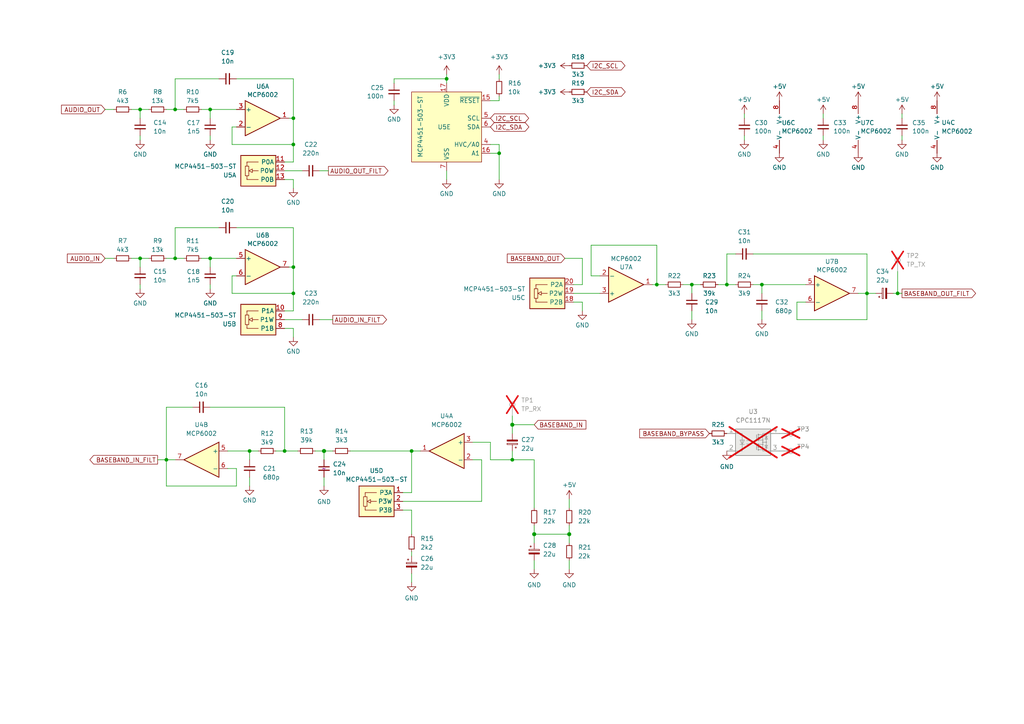
<source format=kicad_sch>
(kicad_sch (version 20231120) (generator "eeschema") (generator_version "8.0")
  (paper "A4")
  (title_block (title "Micro17 - OpenRTX on a Module") (date "05.12.2023") (rev "A") (company "Wojciech Kaczmarski SP5WWP et al.") (comment 1 "M17 Project, OpenRTX"))
  (lib_symbols
    (symbol "Amplifier_Operational:MCP6002-xMC" (pin_names (offset 0.127))
      (property "Reference" "U" (at 0 5.08 0))
      (property "Value" "MCP6002-xMC" (at 0 -5.08 0))
      (symbol "MCP6002-xMC_1_1"
        (polyline (pts (xy -5.08 5.08) (xy 5.08 0) (xy -5.08 -5.08) (xy -5.08 5.08)) (stroke (width 0.254)) (fill (type background)))
        (pin output line (at 7.62 0 180) (length 2.54) (name "~") (number "1"))
        (pin input line (at -7.62 -2.54 0) (length 2.54) (name "-") (number "2"))
        (pin input line (at -7.62 2.54 0) (length 2.54) (name "+") (number "3"))
      )
      (symbol "MCP6002-xMC_2_1"
        (polyline (pts (xy -5.08 5.08) (xy 5.08 0) (xy -5.08 -5.08) (xy -5.08 5.08)) (stroke (width 0.254)) (fill (type background)))
        (pin input line (at -7.62 2.54 0) (length 2.54) (name "+") (number "5"))
        (pin input line (at -7.62 -2.54 0) (length 2.54) (name "-") (number "6"))
        (pin output line (at 7.62 0 180) (length 2.54) (name "~") (number "7"))
      )
      (symbol "MCP6002-xMC_3_1"
        (pin power_in line (at -2.54 -7.62 90) (length 3.81) (name "V-") (number "4"))
        (pin power_in line (at -2.54 7.62 270) (length 3.81) (name "V+") (number "8"))
        (pin passive line (at -2.54 -7.62 90) (length 3.81) hide (name "V-") (number "9"))
      )
    )
    (symbol "Connector:TestPoint" (pin_numbers hide) (pin_names (offset 0.762) hide)
      (property "Reference" "TP" (at 0 6.858 0))
      (property "Value" "TestPoint" (at 0 5.08 0))
      (symbol "TestPoint_0_1"
        (circle (center 0 3.302) (radius 0.762))
      )
      (symbol "TestPoint_1_1"
        (pin passive line (at 0 0 90) (length 2.54) (name "1") (number "1"))
      )
    )
    (symbol "Device:C_Polarized_Small" (pin_numbers hide) (pin_names (offset 0.254) hide)
      (property "Reference" "C" (at 0.254 1.778 0))
      (property "Value" "C_Polarized_Small" (at 0.254 -2.032 0))
      (symbol "C_Polarized_Small_0_1"
        (rectangle (start -1.524 -0.3048) (end 1.524 -0.6858) (fill (type outline)))
        (rectangle (start -1.524 0.6858) (end 1.524 0.3048))
        (polyline (pts (xy -1.27 1.524) (xy -0.762 1.524)))
        (polyline (pts (xy -1.016 1.27) (xy -1.016 1.778)))
      )
      (symbol "C_Polarized_Small_1_1"
        (pin passive line (at 0 2.54 270) (length 1.8542) (name "~") (number "1"))
        (pin passive line (at 0 -2.54 90) (length 1.8542) (name "~") (number "2"))
      )
    )
    (symbol "Device:C_Small" (pin_numbers hide) (pin_names (offset 0.254) hide)
      (property "Reference" "C" (at 0.254 1.778 0))
      (property "Value" "C_Small" (at 0.254 -2.032 0))
      (symbol "C_Small_0_1"
        (polyline (pts (xy -1.524 -0.508) (xy 1.524 -0.508)) (stroke (width 0.3302)))
        (polyline (pts (xy -1.524 0.508) (xy 1.524 0.508)) (stroke (width 0.3048)))
      )
      (symbol "C_Small_1_1"
        (pin passive line (at 0 2.54 270) (length 2.032) (name "~") (number "1"))
        (pin passive line (at 0 -2.54 90) (length 2.032) (name "~") (number "2"))
      )
    )
    (symbol "Device:R_Small" (pin_numbers hide) (pin_names (offset 0.254) hide)
      (property "Reference" "R" (at 0.762 0.508 0))
      (property "Value" "R_Small" (at 0.762 -1.016 0))
      (symbol "R_Small_0_1"
        (rectangle (start -0.762 1.778) (end 0.762 -1.778) (stroke (width 0.2032)))
      )
      (symbol "R_Small_1_1"
        (pin passive line (at 0 2.54 270) (length 0.762) (name "~") (number "1"))
        (pin passive line (at 0 -2.54 90) (length 0.762) (name "~") (number "2"))
      )
    )
    (symbol "Potentiometer_Digital:MCP4451-xxxx-ST"
      (property "Reference" "U" (at -8.89 11.43 0))
      (property "Value" "MCP4451-xxxx-ST" (at 10.16 -11.43 0))
      (symbol "MCP4451-xxxx-ST_1_1"
        (polyline (pts (xy 1.7272 0) (xy 0 0)))
        (polyline (pts (xy 3.302 -2.54) (xy 0 -2.54)) (fill (type background)))
        (polyline (pts (xy 3.302 -2.3114) (xy 3.302 -1.3716)))
        (polyline (pts (xy 3.302 2.286) (xy 3.302 1.4478)))
        (polyline (pts (xy 3.302 2.54) (xy 0 2.54)) (fill (type background)))
        (polyline (pts (xy 3.302 -2.54) (xy 3.302 -2.286) (xy 3.302 -2.286)))
        (polyline (pts (xy 3.302 2.54) (xy 3.302 2.286) (xy 3.302 2.286)) (fill (type background)))
        (polyline (pts (xy 1.7272 -0.508) (xy 1.7272 0.508) (xy 2.7432 0) (xy 1.7272 -0.508) (xy 1.7272 -0.508)))
        (rectangle (start 3.7846 -1.3462) (end 2.7686 1.4478))
        (rectangle (start 5.08 -4.445) (end -5.08 4.445) (stroke (width 0.254)) (fill (type background)))
        (pin passive line (at -7.62 -2.54 0) (length 2.54) (name "P0A") (number "11"))
        (pin passive line (at -7.62 0 0) (length 2.54) (name "P0W") (number "12"))
        (pin passive line (at -7.62 2.54 0) (length 2.54) (name "P0B") (number "13"))
      )
      (symbol "MCP4451-xxxx-ST_2_1"
        (polyline (pts (xy 1.7272 0) (xy 0 0)))
        (polyline (pts (xy 3.302 -2.54) (xy 0 -2.54)) (fill (type background)))
        (polyline (pts (xy 3.302 -2.3114) (xy 3.302 -1.3716)))
        (polyline (pts (xy 3.302 2.286) (xy 3.302 1.4478)))
        (polyline (pts (xy 3.302 2.54) (xy 0 2.54)) (fill (type background)))
        (polyline (pts (xy 3.302 -2.54) (xy 3.302 -2.286) (xy 3.302 -2.286)))
        (polyline (pts (xy 3.302 2.54) (xy 3.302 2.286) (xy 3.302 2.286)) (fill (type background)))
        (polyline (pts (xy 1.7272 -0.508) (xy 1.7272 0.508) (xy 2.7432 0) (xy 1.7272 -0.508) (xy 1.7272 -0.508)))
        (rectangle (start 3.7846 -1.3462) (end 2.7686 1.4478))
        (rectangle (start 5.08 -4.445) (end -5.08 4.445) (stroke (width 0.254)) (fill (type background)))
        (pin passive line (at -7.62 -2.54 0) (length 2.54) (name "P1A") (number "10"))
        (pin passive line (at -7.62 2.54 0) (length 2.54) (name "P1B") (number "8"))
        (pin passive line (at -7.62 0 0) (length 2.54) (name "P1W") (number "9"))
      )
      (symbol "MCP4451-xxxx-ST_3_1"
        (polyline (pts (xy 1.7272 0) (xy 0 0)))
        (polyline (pts (xy 3.302 -2.54) (xy 0 -2.54)) (fill (type background)))
        (polyline (pts (xy 3.302 -2.3114) (xy 3.302 -1.3716)))
        (polyline (pts (xy 3.302 2.286) (xy 3.302 1.4478)))
        (polyline (pts (xy 3.302 2.54) (xy 0 2.54)) (fill (type background)))
        (polyline (pts (xy 3.302 -2.54) (xy 3.302 -2.286) (xy 3.302 -2.286)))
        (polyline (pts (xy 3.302 2.54) (xy 3.302 2.286) (xy 3.302 2.286)) (fill (type background)))
        (polyline (pts (xy 1.7272 -0.508) (xy 1.7272 0.508) (xy 2.7432 0) (xy 1.7272 -0.508) (xy 1.7272 -0.508)))
        (rectangle (start 3.7846 -1.3462) (end 2.7686 1.4478))
        (rectangle (start 5.08 -4.445) (end -5.08 4.445) (stroke (width 0.254)) (fill (type background)))
        (pin passive line (at -7.62 2.54 0) (length 2.54) (name "P2B") (number "18"))
        (pin passive line (at -7.62 0 0) (length 2.54) (name "P2W") (number "19"))
        (pin passive line (at -7.62 -2.54 0) (length 2.54) (name "P2A") (number "20"))
      )
      (symbol "MCP4451-xxxx-ST_4_1"
        (polyline (pts (xy 1.7272 0) (xy 0 0)))
        (polyline (pts (xy 3.302 -2.54) (xy 0 -2.54)) (fill (type background)))
        (polyline (pts (xy 3.302 -2.3114) (xy 3.302 -1.3716)))
        (polyline (pts (xy 3.302 2.286) (xy 3.302 1.4478)))
        (polyline (pts (xy 3.302 2.54) (xy 0 2.54)) (fill (type background)))
        (polyline (pts (xy 3.302 -2.54) (xy 3.302 -2.286) (xy 3.302 -2.286)))
        (polyline (pts (xy 3.302 2.54) (xy 3.302 2.286) (xy 3.302 2.286)) (fill (type background)))
        (polyline (pts (xy 1.7272 -0.508) (xy 1.7272 0.508) (xy 2.7432 0) (xy 1.7272 -0.508) (xy 1.7272 -0.508)))
        (rectangle (start 3.7846 -1.3462) (end 2.7686 1.4478))
        (rectangle (start 5.08 -4.445) (end -5.08 4.445) (stroke (width 0.254)) (fill (type background)))
        (pin passive line (at -7.62 -2.54 0) (length 2.54) (name "P3A") (number "1"))
        (pin passive line (at -7.62 0 0) (length 2.54) (name "P3W") (number "2"))
        (pin passive line (at -7.62 2.54 0) (length 2.54) (name "P3B") (number "3"))
      )
      (symbol "MCP4451-xxxx-ST_5_1"
        (rectangle (start -10.16 10.16) (end 10.16 -10.16) (fill (type background)))
        (pin no_connect line (at -10.16 -2.54 0) (length 2.54) hide (name "NC") (number "14"))
        (pin input line (at -12.7 7.62 0) (length 2.54) (name "~{RESET}") (number "15"))
        (pin input line (at -12.7 -7.62 0) (length 2.54) (name "A1") (number "16"))
        (pin power_in line (at 0 12.7 270) (length 2.54) (name "VDD") (number "17"))
        (pin input line (at -12.7 -5.08 0) (length 2.54) (name "HVC/A0") (number "4"))
        (pin input line (at -12.7 2.54 0) (length 2.54) (name "SCL") (number "5"))
        (pin bidirectional line (at -12.7 0 0) (length 2.54) (name "SDA") (number "6"))
        (pin power_in line (at 0 -12.7 90) (length 2.54) (name "VSS") (number "7"))
      )
    )
    (symbol "Relay_SolidState:CPC1117N"
      (property "Reference" "U" (at -5.08 5.08 0))
      (property "Value" "CPC1117N" (at 0 5.08 0))
      (symbol "CPC1117N_0_1"
        (rectangle (start -5.08 3.81) (end 5.08 -3.81) (stroke (width 0.254)) (fill (type background)))
        (polyline (pts (xy -3.81 -0.635) (xy -2.54 -0.635)))
        (polyline (pts (xy 1.016 -0.635) (xy 1.016 -2.159)) (stroke (width 0.2032)))
        (polyline (pts (xy 1.016 2.159) (xy 1.016 0.635)) (stroke (width 0.2032)))
        (polyline (pts (xy 1.524 -0.508) (xy 1.524 -0.762)) (stroke (width 0.3556)))
        (polyline (pts (xy 2.794 0) (xy 3.81 0)))
        (polyline (pts (xy 3.429 -1.651) (xy 4.191 -1.651)))
        (polyline (pts (xy 3.429 1.651) (xy 4.191 1.651)))
        (polyline (pts (xy 3.81 -2.54) (xy 3.81 2.54)))
        (polyline (pts (xy 1.524 -2.032) (xy 1.524 -2.286) (xy 1.524 -2.286)) (stroke (width 0.3556)))
        (polyline (pts (xy 1.524 -1.27) (xy 1.524 -1.524) (xy 1.524 -1.524)) (stroke (width 0.3556)))
        (polyline (pts (xy 1.524 0.762) (xy 1.524 0.508) (xy 1.524 0.508)) (stroke (width 0.3556)))
        (polyline (pts (xy 1.524 1.524) (xy 1.524 1.27) (xy 1.524 1.27)) (stroke (width 0.3556)))
        (polyline (pts (xy 1.524 2.286) (xy 1.524 2.032) (xy 1.524 2.032)) (stroke (width 0.3556)))
        (polyline (pts (xy 1.651 -1.397) (xy 2.794 -1.397) (xy 2.794 -0.635)))
        (polyline (pts (xy 1.651 1.397) (xy 2.794 1.397) (xy 2.794 0.635)))
        (polyline (pts (xy -5.08 2.54) (xy -3.175 2.54) (xy -3.175 -2.54) (xy -5.08 -2.54)))
        (polyline (pts (xy -3.175 -0.635) (xy -3.81 0.635) (xy -2.54 0.635) (xy -3.175 -0.635)))
        (polyline (pts (xy 1.651 -2.159) (xy 2.794 -2.159) (xy 2.794 -2.54) (xy 5.08 -2.54)))
        (polyline (pts (xy 1.651 -0.635) (xy 2.794 -0.635) (xy 2.794 0.635) (xy 1.651 0.635)))
        (polyline (pts (xy 1.651 2.159) (xy 2.794 2.159) (xy 2.794 2.54) (xy 5.08 2.54)))
        (polyline (pts (xy 1.778 -1.397) (xy 2.286 -1.27) (xy 2.286 -1.524) (xy 1.778 -1.397)))
        (polyline (pts (xy 1.778 1.397) (xy 2.286 1.524) (xy 2.286 1.27) (xy 1.778 1.397)))
        (polyline (pts (xy 3.81 -1.651) (xy 3.429 -0.889) (xy 4.191 -0.889) (xy 3.81 -1.651)))
        (polyline (pts (xy 3.81 1.651) (xy 3.429 0.889) (xy 4.191 0.889) (xy 3.81 1.651)))
        (polyline (pts (xy -1.905 -0.508) (xy -0.635 -0.508) (xy -1.016 -0.635) (xy -1.016 -0.381) (xy -0.635 -0.508)))
        (polyline (pts (xy -1.905 0.508) (xy -0.635 0.508) (xy -1.016 0.381) (xy -1.016 0.635) (xy -0.635 0.508)))
        (circle (center 2.794 -0.635) (radius 0.127))
        (circle (center 2.794 0) (radius 0.127))
        (circle (center 2.794 0.635) (radius 0.127))
        (circle (center 3.81 -2.54) (radius 0.127))
        (circle (center 3.81 0) (radius 0.127))
        (circle (center 3.81 2.54) (radius 0.127))
      )
      (symbol "CPC1117N_1_1"
        (pin passive line (at -7.62 2.54 0) (length 2.54) (name "~") (number "1"))
        (pin passive line (at -7.62 -2.54 0) (length 2.54) (name "~") (number "2"))
        (pin passive line (at 7.62 -2.54 180) (length 2.54) (name "~") (number "3"))
        (pin passive line (at 7.62 2.54 180) (length 2.54) (name "~") (number "4"))
      )
    )
    (symbol "power:+3V3" (power) (pin_names (offset 0))
      (property "Value" "+3V3" (at 0 3.556 0))
      (symbol "+3V3_0_1"
        (polyline (pts (xy -0.762 1.27) (xy 0 2.54)))
        (polyline (pts (xy 0 0) (xy 0 2.54)))
        (polyline (pts (xy 0 2.54) (xy 0.762 1.27)))
      )
      (symbol "+3V3_1_1"
        (pin power_in line (at 0 0 90) (length 0) hide (name "+3V3") (number "1"))
      )
    )
    (symbol "power:+5V" (power) (pin_names (offset 0))
      (property "Value" "+5V" (at 0 3.556 0))
      (symbol "+5V_0_1"
        (polyline (pts (xy -0.762 1.27) (xy 0 2.54)))
        (polyline (pts (xy 0 0) (xy 0 2.54)))
        (polyline (pts (xy 0 2.54) (xy 0.762 1.27)))
      )
      (symbol "+5V_1_1"
        (pin power_in line (at 0 0 90) (length 0) hide (name "+5V") (number "1"))
      )
    )
    (symbol "power:GND" (power) (pin_names (offset 0))
      (property "Value" "GND" (at 0 -3.81 0))
      (symbol "GND_0_1"
        (polyline (pts (xy 0 0) (xy 0 -1.27) (xy 1.27 -1.27) (xy 0 -2.54) (xy -1.27 -1.27) (xy 0 -1.27)))
      )
      (symbol "GND_1_1"
        (pin power_in line (at 0 0 270) (length 0) hide (name "GND") (number "1"))
      )
    )
  )
  (junction (at 220.98 82.55))
  (junction (at 50.8 31.75))
  (junction (at 40.64 31.75))
  (junction (at 60.96 31.75))
  (junction (at 200.66 82.55))
  (junction (at 85.09 85.09))
  (junction (at 260.35 85.09))
  (junction (at 165.1 154.94) (diameter 1.016))
  (junction (at 85.09 41.91))
  (junction (at 60.96 74.93))
  (junction (at 251.46 85.09))
  (junction (at 129.54 22.86))
  (junction (at 85.09 77.47))
  (junction (at 144.78 44.45))
  (junction (at 210.82 82.55))
  (junction (at 154.94 154.94) (diameter 1.016))
  (junction (at 48.26 133.35))
  (junction (at 190.5 82.55))
  (junction (at 82.55 130.81))
  (junction (at 119.38 130.81))
  (junction (at 148.59 123.19) (diameter 1.016))
  (junction (at 93.98 130.81) (diameter 1.016))
  (junction (at 50.8 74.93))
  (junction (at 40.64 74.93))
  (junction (at 148.59 133.35))
  (junction (at 85.09 34.29))
  (junction (at 72.39 130.81))
  (wire (pts (xy 82.55 52.07) (xy 85.09 52.07)))
  (wire (pts (xy 68.58 22.86) (xy 85.09 22.86)))
  (wire (pts (xy 67.31 36.83) (xy 67.31 41.91)))
  (wire (pts (xy 93.98 130.81) (xy 96.52 130.81)))
  (wire (pts (xy 210.82 82.55) (xy 210.82 73.66)))
  (wire (pts (xy 85.09 95.25) (xy 85.09 97.79)))
  (wire (pts (xy 165.1 152.4) (xy 165.1 154.94)))
  (wire (pts (xy 30.48 74.93) (xy 33.02 74.93)))
  (wire (pts (xy 215.9 39.37) (xy 215.9 40.64)))
  (wire (pts (xy 144.78 27.94) (xy 144.78 29.21)))
  (wire (pts (xy 60.96 74.93) (xy 68.58 74.93)))
  (wire (pts (xy 48.26 140.97) (xy 48.26 133.35)))
  (wire (pts (xy 40.64 31.75) (xy 40.64 34.29)))
  (wire (pts (xy 139.7 145.415) (xy 116.84 145.415)))
  (wire (pts (xy 198.12 82.55) (xy 200.66 82.55)))
  (wire (pts (xy 142.24 133.35) (xy 148.59 133.35)))
  (wire (pts (xy 82.55 95.25) (xy 85.09 95.25)))
  (wire (pts (xy 200.66 90.17) (xy 200.66 92.71)))
  (wire (pts (xy 166.37 82.55) (xy 168.91 82.55)))
  (wire (pts (xy 92.71 49.53) (xy 95.25 49.53)))
  (wire (pts (xy 85.09 85.09) (xy 85.09 90.17)))
  (wire (pts (xy 165.1 144.78) (xy 165.1 147.32)))
  (wire (pts (xy 82.55 118.11) (xy 82.55 130.81)))
  (wire (pts (xy 92.71 92.71) (xy 96.52 92.71)))
  (wire (pts (xy 231.14 87.63) (xy 231.14 92.71)))
  (wire (pts (xy 48.26 133.35) (xy 50.8 133.35)))
  (wire (pts (xy 60.96 31.75) (xy 60.96 34.29)))
  (wire (pts (xy 171.45 80.01) (xy 173.99 80.01)))
  (wire (pts (xy 82.55 90.17) (xy 85.09 90.17)))
  (wire (pts (xy 168.91 82.55) (xy 168.91 74.93)))
  (wire (pts (xy 119.38 160.02) (xy 119.38 161.29)))
  (wire (pts (xy 91.44 130.81) (xy 93.98 130.81)))
  (wire (pts (xy 218.44 82.55) (xy 220.98 82.55)))
  (wire (pts (xy 82.55 130.81) (xy 86.36 130.81)))
  (wire (pts (xy 85.09 22.86) (xy 85.09 34.29)))
  (wire (pts (xy 40.64 74.93) (xy 40.64 77.47)))
  (wire (pts (xy 66.04 135.89) (xy 68.58 135.89)))
  (wire (pts (xy 215.9 33.02) (xy 215.9 34.29)))
  (wire (pts (xy 60.96 31.75) (xy 68.58 31.75)))
  (wire (pts (xy 259.08 85.09) (xy 260.35 85.09)))
  (wire (pts (xy 148.59 120.65) (xy 148.59 123.19)))
  (wire (pts (xy 238.76 39.37) (xy 238.76 40.64)))
  (wire (pts (xy 48.26 74.93) (xy 50.8 74.93)))
  (wire (pts (xy 171.45 71.12) (xy 171.45 80.01)))
  (wire (pts (xy 72.39 130.81) (xy 72.39 133.35)))
  (wire (pts (xy 93.98 138.43) (xy 93.98 140.97)))
  (wire (pts (xy 80.01 130.81) (xy 82.55 130.81)))
  (wire (pts (xy 139.7 133.35) (xy 137.16 133.35)))
  (wire (pts (xy 40.64 39.37) (xy 40.64 40.64)))
  (wire (pts (xy 82.55 92.71) (xy 87.63 92.71)))
  (wire (pts (xy 50.8 22.86) (xy 63.5 22.86)))
  (wire (pts (xy 190.5 82.55) (xy 190.5 71.12)))
  (wire (pts (xy 144.78 44.45) (xy 144.78 52.07)))
  (wire (pts (xy 67.31 41.91) (xy 85.09 41.91)))
  (wire (pts (xy 48.26 31.75) (xy 50.8 31.75)))
  (wire (pts (xy 85.09 41.91) (xy 85.09 46.99)))
  (wire (pts (xy 261.62 33.02) (xy 261.62 34.29)))
  (wire (pts (xy 48.26 118.11) (xy 55.88 118.11)))
  (wire (pts (xy 190.5 71.12) (xy 171.45 71.12)))
  (wire (pts (xy 85.09 85.09) (xy 85.09 77.47)))
  (wire (pts (xy 85.09 52.07) (xy 85.09 54.61)))
  (wire (pts (xy 165.1 162.56) (xy 165.1 165.1)))
  (wire (pts (xy 68.58 66.04) (xy 85.09 66.04)))
  (wire (pts (xy 45.72 133.35) (xy 48.26 133.35)))
  (wire (pts (xy 129.54 22.86) (xy 129.54 24.13)))
  (wire (pts (xy 220.98 90.17) (xy 220.98 92.71)))
  (wire (pts (xy 190.5 82.55) (xy 189.23 82.55)))
  (wire (pts (xy 142.24 29.21) (xy 144.78 29.21)))
  (wire (pts (xy 142.24 128.27) (xy 142.24 133.35)))
  (wire (pts (xy 137.16 128.27) (xy 142.24 128.27)))
  (wire (pts (xy 60.96 118.11) (xy 82.55 118.11)))
  (wire (pts (xy 148.59 125.73) (xy 148.59 123.19)))
  (wire (pts (xy 50.8 74.93) (xy 53.34 74.93)))
  (wire (pts (xy 168.91 87.63) (xy 168.91 90.17)))
  (wire (pts (xy 67.31 85.09) (xy 85.09 85.09)))
  (wire (pts (xy 93.98 130.81) (xy 93.98 133.35)))
  (wire (pts (xy 85.09 77.47) (xy 83.82 77.47)))
  (wire (pts (xy 66.04 130.81) (xy 72.39 130.81)))
  (wire (pts (xy 58.42 74.93) (xy 60.96 74.93)))
  (wire (pts (xy 166.37 85.09) (xy 173.99 85.09)))
  (wire (pts (xy 148.59 133.35) (xy 148.59 130.81)))
  (wire (pts (xy 40.64 82.55) (xy 40.64 83.82)))
  (wire (pts (xy 200.66 82.55) (xy 200.66 85.09)))
  (wire (pts (xy 220.98 82.55) (xy 233.68 82.55)))
  (wire (pts (xy 142.24 41.91) (xy 144.78 41.91)))
  (wire (pts (xy 60.96 74.93) (xy 60.96 77.47)))
  (wire (pts (xy 114.3 22.86) (xy 114.3 24.13)))
  (wire (pts (xy 231.14 92.71) (xy 251.46 92.71)))
  (wire (pts (xy 251.46 85.09) (xy 248.92 85.09)))
  (wire (pts (xy 68.58 36.83) (xy 67.31 36.83)))
  (wire (pts (xy 119.38 147.955) (xy 119.38 154.94)))
  (wire (pts (xy 50.8 66.04) (xy 63.5 66.04)))
  (wire (pts (xy 251.46 92.71) (xy 251.46 85.09)))
  (wire (pts (xy 260.35 78.74) (xy 260.35 85.09)))
  (wire (pts (xy 116.84 147.955) (xy 119.38 147.955)))
  (wire (pts (xy 67.31 80.01) (xy 67.31 85.09)))
  (wire (pts (xy 114.3 22.86) (xy 129.54 22.86)))
  (wire (pts (xy 82.55 49.53) (xy 87.63 49.53)))
  (wire (pts (xy 154.94 133.35) (xy 148.59 133.35)))
  (wire (pts (xy 119.38 166.37) (xy 119.38 168.91)))
  (wire (pts (xy 251.46 85.09) (xy 254 85.09)))
  (wire (pts (xy 30.48 31.75) (xy 33.02 31.75)))
  (wire (pts (xy 60.96 39.37) (xy 60.96 40.64)))
  (wire (pts (xy 260.35 85.09) (xy 261.62 85.09)))
  (wire (pts (xy 82.55 46.99) (xy 85.09 46.99)))
  (wire (pts (xy 48.26 133.35) (xy 48.26 118.11)))
  (wire (pts (xy 40.64 31.75) (xy 43.18 31.75)))
  (wire (pts (xy 114.3 29.21) (xy 114.3 30.48)))
  (wire (pts (xy 139.7 133.35) (xy 139.7 145.415)))
  (wire (pts (xy 165.1 154.94) (xy 165.1 157.48)))
  (wire (pts (xy 142.24 44.45) (xy 144.78 44.45)))
  (wire (pts (xy 40.64 74.93) (xy 43.18 74.93)))
  (wire (pts (xy 50.8 31.75) (xy 53.34 31.75)))
  (wire (pts (xy 72.39 138.43) (xy 72.39 140.97)))
  (wire (pts (xy 208.28 82.55) (xy 210.82 82.55)))
  (wire (pts (xy 154.94 133.35) (xy 154.94 147.32)))
  (wire (pts (xy 38.1 74.93) (xy 40.64 74.93)))
  (wire (pts (xy 144.78 21.59) (xy 144.78 22.86)))
  (wire (pts (xy 129.54 49.53) (xy 129.54 52.07)))
  (wire (pts (xy 144.78 41.91) (xy 144.78 44.45)))
  (wire (pts (xy 148.59 123.19) (xy 154.94 123.19)))
  (wire (pts (xy 68.58 135.89) (xy 68.58 140.97)))
  (wire (pts (xy 154.94 154.94) (xy 165.1 154.94)))
  (wire (pts (xy 72.39 130.81) (xy 74.93 130.81)))
  (wire (pts (xy 190.5 82.55) (xy 193.04 82.55)))
  (wire (pts (xy 238.76 33.02) (xy 238.76 34.29)))
  (wire (pts (xy 218.44 73.66) (xy 251.46 73.66)))
  (wire (pts (xy 58.42 31.75) (xy 60.96 31.75)))
  (wire (pts (xy 210.82 73.66) (xy 213.36 73.66)))
  (wire (pts (xy 163.83 74.93) (xy 168.91 74.93)))
  (wire (pts (xy 116.84 142.875) (xy 119.38 142.875)))
  (wire (pts (xy 85.09 34.29) (xy 83.82 34.29)))
  (wire (pts (xy 200.66 82.55) (xy 203.2 82.55)))
  (wire (pts (xy 85.09 66.04) (xy 85.09 77.47)))
  (wire (pts (xy 129.54 21.59) (xy 129.54 22.86)))
  (wire (pts (xy 166.37 87.63) (xy 168.91 87.63)))
  (wire (pts (xy 154.94 152.4) (xy 154.94 154.94)))
  (wire (pts (xy 50.8 22.86) (xy 50.8 31.75)))
  (wire (pts (xy 101.6 130.81) (xy 119.38 130.81)))
  (wire (pts (xy 154.94 162.56) (xy 154.94 165.1)))
  (wire (pts (xy 60.96 82.55) (xy 60.96 83.82)))
  (wire (pts (xy 154.94 154.94) (xy 154.94 157.48)))
  (wire (pts (xy 210.82 82.55) (xy 213.36 82.55)))
  (wire (pts (xy 68.58 80.01) (xy 67.31 80.01)))
  (wire (pts (xy 85.09 41.91) (xy 85.09 34.29)))
  (wire (pts (xy 119.38 130.81) (xy 121.92 130.81)))
  (wire (pts (xy 119.38 130.81) (xy 119.38 142.875)))
  (wire (pts (xy 261.62 39.37) (xy 261.62 40.64)))
  (wire (pts (xy 220.98 82.55) (xy 220.98 85.09)))
  (wire (pts (xy 233.68 87.63) (xy 231.14 87.63)))
  (wire (pts (xy 38.1 31.75) (xy 40.64 31.75)))
  (wire (pts (xy 251.46 73.66) (xy 251.46 85.09)))
  (wire (pts (xy 50.8 66.04) (xy 50.8 74.93)))
  (wire (pts (xy 68.58 140.97) (xy 48.26 140.97)))
  (global_label "I2C_SCL" (shape bidirectional) (at 142.24 34.29 0) (property "Intersheetrefs" "${INTERSHEET_REFS}" (effects (hide yes))))
  (global_label "BASEBAND_BYPASS" (shape input) (at 205.74 125.73 180) (property "Intersheetrefs" "${INTERSHEET_REFS}" (effects (hide yes))))
  (global_label "I2C_SDA" (shape bidirectional) (at 170.18 26.67 0) (property "Intersheetrefs" "${INTERSHEET_REFS}" (effects (hide yes))))
  (global_label "BASEBAND_IN_FILT" (shape output) (at 45.72 133.35 180) (property "Intersheetrefs" "${INTERSHEET_REFS}" (effects (hide yes))))
  (global_label "BASEBAND_IN" (shape input) (at 154.94 123.19 0) (property "Intersheetrefs" "${INTERSHEET_REFS}" (effects (hide yes))))
  (global_label "AUDIO_IN" (shape input) (at 30.48 74.93 180) (property "Intersheetrefs" "${INTERSHEET_REFS}" (effects (hide yes))))
  (global_label "AUDIO_IN_FILT" (shape output) (at 96.52 92.71 0) (property "Intersheetrefs" "${INTERSHEET_REFS}" (effects (hide yes))))
  (global_label "I2C_SCL" (shape bidirectional) (at 170.18 19.05 0) (property "Intersheetrefs" "${INTERSHEET_REFS}" (effects (hide yes))))
  (global_label "BASEBAND_OUT_FILT" (shape output) (at 261.62 85.09 0) (property "Intersheetrefs" "${INTERSHEET_REFS}" (effects (hide yes))))
  (global_label "AUDIO_OUT_FILT" (shape output) (at 95.25 49.53 0) (property "Intersheetrefs" "${INTERSHEET_REFS}" (effects (hide yes))))
  (global_label "AUDIO_OUT" (shape input) (at 30.48 31.75 180) (property "Intersheetrefs" "${INTERSHEET_REFS}" (effects (hide yes))))
  (global_label "I2C_SDA" (shape bidirectional) (at 142.24 36.83 0) (property "Intersheetrefs" "${INTERSHEET_REFS}" (effects (hide yes))))
  (global_label "BASEBAND_OUT" (shape input) (at 163.83 74.93 180) (property "Intersheetrefs" "${INTERSHEET_REFS}" (effects (hide yes))))
  (symbol (lib_id "Amplifier_Operational:MCP6002-xMC") (at 76.2 77.47 0) (unit 2)
    (property "Reference" "U6" (at 76.2 68.2457 0))
    (property "Value" "MCP6002" (at 76.2 70.6699 0))
    (property "Footprint" "Package_DFN_QFN:DFN-8-1EP_3x2mm_P0.5mm_EP1.75x1.45mm" (effects (hide yes)))
    (property "Datasheet" "http://ww1.microchip.com/downloads/en/DeviceDoc/21733j.pdf" (effects (hide yes)))
    (property "LCSC" "C623660" (effects (hide yes)))
  )
  (symbol (lib_id "Amplifier_Operational:MCP6002-xMC") (at 181.61 82.55 0) (mirror x) (unit 1)
    (property "Reference" "U7" (at 181.61 77.47 0))
    (property "Value" "MCP6002" (at 181.61 75.0458 0))
    (property "Footprint" "Package_DFN_QFN:DFN-8-1EP_3x2mm_P0.5mm_EP1.75x1.45mm" (effects (hide yes)))
    (property "Datasheet" "http://ww1.microchip.com/downloads/en/DeviceDoc/21733j.pdf" (effects (hide yes)))
    (property "LCSC" "C623660" (effects (hide yes)))
  )
  (symbol (lib_id "Device:R_Small") (at 119.38 157.48 0) (unit 1)
    (property "Reference" "R15" (at 121.92 156.21 0) (effects (justify left)))
    (property "Value" "2k2" (at 121.92 158.75 0) (effects (justify left)))
    (property "Footprint" "Resistor_SMD:R_0402_1005Metric" (effects (hide yes)))
    (property "MPN" "Generic R/2k2/0603" (effects (hide yes)))
    (property "LCSC" "C102890" (effects (hide yes)))
  )
  (symbol (lib_id "Device:C_Small") (at 261.62 36.83 0) (unit 1)
    (property "Reference" "C35" (at 264.541 35.6179 0) (effects (justify left)))
    (property "Value" "100n" (at 264.541 38.0421 0) (effects (justify left)))
    (property "Footprint" "Capacitor_SMD:C_0402_1005Metric" (effects (hide yes)))
    (property "LCSC" "C56392" (effects (hide yes)))
  )
  (symbol (lib_id "power:GND") (at 238.76 40.64 0) (unit 1)
    (property "Reference" "#PWR055" (effects (hide yes)))
    (property "Value" "GND" (at 238.76 44.7731 0))
  )
  (symbol (lib_id "Device:C_Polarized_Small") (at 119.38 163.83 0) (unit 1)
    (property "Reference" "C26" (at 121.92 162.0139 0) (effects (justify left)))
    (property "Value" "22u" (at 121.92 164.5539 0) (effects (justify left)))
    (property "Footprint" "Capacitor_Tantalum_SMD:CP_EIA-3216-18_Kemet-A" (effects (hide yes)))
    (property "MPN" "T491A226K006AT" (effects (hide yes)))
    (property "LCSC" "C118989" (effects (hide yes)))
  )
  (symbol (lib_id "Amplifier_Operational:MCP6002-xMC") (at 228.6 36.83 0) (unit 3)
    (property "Reference" "U6" (at 226.695 35.6179 0) (effects (justify left)))
    (property "Value" "MCP6002" (at 226.695 38.0421 0) (effects (justify left)))
    (property "Footprint" "Package_DFN_QFN:DFN-8-1EP_3x2mm_P0.5mm_EP1.75x1.45mm" (effects (hide yes)))
    (property "Datasheet" "http://ww1.microchip.com/downloads/en/DeviceDoc/21733j.pdf" (effects (hide yes)))
    (property "LCSC" "C623660" (effects (hide yes)))
  )
  (symbol (lib_id "power:+5V") (at 215.9 33.02 0) (unit 1)
    (property "Reference" "#PWR049" (effects (hide yes)))
    (property "Value" "+5V" (at 215.9 28.8869 0))
  )
  (symbol (lib_id "Device:C_Polarized_Small") (at 148.59 128.27 180) (unit 1)
    (property "Reference" "C27" (at 151.13 127.5461 0) (effects (justify right)))
    (property "Value" "22u" (at 151.13 130.0861 0) (effects (justify right)))
    (property "Footprint" "Capacitor_Tantalum_SMD:CP_EIA-3216-18_Kemet-A" (effects (hide yes)))
    (property "MPN" "T491A226K006AT" (effects (hide yes)))
    (property "LCSC" "C118989" (effects (hide yes)))
  )
  (symbol (lib_id "Device:R_Small") (at 167.64 19.05 90) (unit 1)
    (property "Reference" "R18" (at 167.64 16.51 90))
    (property "Value" "3k3" (at 167.64 21.59 90))
    (property "Footprint" "Resistor_SMD:R_0402_1005Metric" (effects (hide yes)))
    (property "LCSC" "C25890" (effects (hide yes)))
  )
  (symbol (lib_id "Device:C_Small") (at 66.04 66.04 90) (mirror x) (unit 1)
    (property "Reference" "C20" (at 66.04 58.42 90))
    (property "Value" "10n" (at 66.04 60.96 90))
    (property "Footprint" "Capacitor_SMD:C_0402_1005Metric" (effects (hide yes)))
    (property "LCSC" "C60133" (effects (hide yes)))
  )
  (symbol (lib_id "power:GND") (at 220.98 92.71 0) (unit 1)
    (property "Reference" "#PWR051" (effects (hide yes)))
    (property "Value" "GND" (at 220.98 96.8431 0))
  )
  (symbol (lib_id "Relay_SolidState:CPC1117N") (at 218.44 128.27 0) (unit 1) (dnp yes)
    (property "Reference" "U3" (at 218.44 119.38 0))
    (property "Value" "CPC1117N" (at 218.44 121.92 0))
    (property "Footprint" "Package_SO:SOP-4_3.8x4.1mm_P2.54mm" (effects (hide yes)))
    (property "Datasheet" "http://www.ixysic.com/home/pdfs.nsf/www/CPC1117N.pdf/$file/CPC1117N.pdf" (effects (hide yes)))
    (property "Description" "Form B, Solid State Relay (Photo MOSFET) 60V, 0.15A, 16Ohm, SO-4" (effects (hide yes)))
  )
  (symbol (lib_id "power:+5V") (at 226.06 29.21 0) (unit 1)
    (property "Reference" "#PWR052" (effects (hide yes)))
    (property "Value" "+5V" (at 226.06 25.0769 0))
  )
  (symbol (lib_id "Device:R_Small") (at 205.74 82.55 90) (unit 1)
    (property "Reference" "R23" (at 205.74 80.01 90))
    (property "Value" "39k" (at 205.74 85.09 90))
    (property "Footprint" "Resistor_SMD:R_0402_1005Metric" (effects (hide yes)))
    (property "LCSC" "C25783" (effects (hide yes)))
  )
  (symbol (lib_id "power:+5V") (at 271.78 29.21 0) (unit 1)
    (property "Reference" "#PWR060" (effects (hide yes)))
    (property "Value" "+5V" (at 271.78 25.0769 0))
  )
  (symbol (lib_id "Device:R_Small") (at 35.56 31.75 90) (unit 1)
    (property "Reference" "R6" (at 35.56 26.67 90))
    (property "Value" "4k3" (at 35.56 29.21 90))
    (property "Footprint" "Resistor_SMD:R_0402_1005Metric" (effects (hide yes)))
    (property "LCSC" "C25899" (effects (hide yes)))
  )
  (symbol (lib_id "power:GND") (at 226.06 44.45 0) (unit 1)
    (property "Reference" "#PWR053" (effects (hide yes)))
    (property "Value" "GND" (at 226.06 48.5831 0))
  )
  (symbol (lib_id "Amplifier_Operational:MCP6002-xMC") (at 251.46 36.83 0) (unit 3)
    (property "Reference" "U7" (at 249.555 35.6179 0) (effects (justify left)))
    (property "Value" "MCP6002" (at 249.555 38.0421 0) (effects (justify left)))
    (property "Footprint" "Package_DFN_QFN:DFN-8-1EP_3x2mm_P0.5mm_EP1.75x1.45mm" (effects (hide yes)))
    (property "Datasheet" "http://ww1.microchip.com/downloads/en/DeviceDoc/21733j.pdf" (effects (hide yes)))
    (property "LCSC" "C623660" (effects (hide yes)))
  )
  (symbol (lib_id "power:+5V") (at 238.76 33.02 0) (unit 1)
    (property "Reference" "#PWR054" (effects (hide yes)))
    (property "Value" "+5V" (at 238.76 28.8869 0))
  )
  (symbol (lib_id "Potentiometer_Digital:MCP4451-xxxx-ST") (at 158.75 85.09 180) (unit 3)
    (property "Reference" "U5" (at 152.4 86.36 0) (effects (justify left)))
    (property "Value" "MCP4451-503-ST" (at 152.4 83.82 0) (effects (justify left)))
    (property "Footprint" "Package_SO:TSSOP-20_4.4x6.5mm_P0.65mm" (effects (hide yes)))
    (property "Datasheet" "https://ww1.microchip.com/downloads/en/DeviceDoc/22267A_MCP4431.pdf" (effects (hide yes)))
    (property "LCSC" "C627257" (effects (hide yes)))
  )
  (symbol (lib_id "Device:C_Small") (at 60.96 80.01 0) (mirror y) (unit 1)
    (property "Reference" "C18" (at 58.039 78.7979 0) (effects (justify left)))
    (property "Value" "1n5" (at 58.039 81.2221 0) (effects (justify left)))
    (property "Footprint" "Capacitor_SMD:C_0402_1005Metric" (effects (hide yes)))
    (property "LCSC" "C284989" (effects (hide yes)))
  )
  (symbol (lib_id "Amplifier_Operational:MCP6002-xMC") (at 76.2 34.29 0) (unit 1)
    (property "Reference" "U6" (at 76.2 25.0657 0))
    (property "Value" "MCP6002" (at 76.2 27.4899 0))
    (property "Footprint" "Package_DFN_QFN:DFN-8-1EP_3x2mm_P0.5mm_EP1.75x1.45mm" (effects (hide yes)))
    (property "Datasheet" "http://ww1.microchip.com/downloads/en/DeviceDoc/21733j.pdf" (effects (hide yes)))
    (property "LCSC" "C623660" (effects (hide yes)))
  )
  (symbol (lib_id "power:+3V3") (at 165.1 19.05 90) (unit 1)
    (property "Reference" "#PWR044" (effects (hide yes)))
    (property "Value" "+3V3" (at 161.29 19.0499 90) (effects (justify left)))
  )
  (symbol (lib_id "power:GND") (at 165.1 165.1 0) (unit 1)
    (property "Reference" "#PWR046" (effects (hide yes)))
    (property "Value" "GND" (at 165.1 169.6626 0))
  )
  (symbol (lib_id "power:GND") (at 154.94 165.1 0) (unit 1)
    (property "Reference" "#PWR043" (effects (hide yes)))
    (property "Value" "GND" (at 154.94 169.6626 0))
  )
  (symbol (lib_id "power:GND") (at 129.54 52.07 0) (unit 1)
    (property "Reference" "#PWR040" (effects (hide yes)))
    (property "Value" "GND" (at 129.54 56.2031 0))
  )
  (symbol (lib_id "Device:C_Small") (at 90.17 92.71 90) (unit 1)
    (property "Reference" "C23" (at 90.17 85.09 90))
    (property "Value" "220n" (at 90.17 87.63 90))
    (property "Footprint" "Capacitor_SMD:C_0402_1005Metric" (effects (hide yes)))
    (property "LCSC" "C192432" (effects (hide yes)))
  )
  (symbol (lib_id "Device:C_Polarized_Small") (at 256.54 85.09 90) (unit 1)
    (property "Reference" "C34" (at 255.9939 78.74 90))
    (property "Value" "22u" (at 255.9939 81.28 90))
    (property "Footprint" "Capacitor_Tantalum_SMD:CP_EIA-3216-18_Kemet-A" (effects (hide yes)))
    (property "LCSC" "C118989" (effects (hide yes)))
  )
  (symbol (lib_id "power:+5V") (at 261.62 33.02 0) (unit 1)
    (property "Reference" "#PWR058" (effects (hide yes)))
    (property "Value" "+5V" (at 261.62 28.8869 0))
  )
  (symbol (lib_id "Device:R_Small") (at 195.58 82.55 90) (unit 1)
    (property "Reference" "R22" (at 195.58 80.01 90))
    (property "Value" "3k3" (at 195.58 85.09 90))
    (property "Footprint" "Resistor_SMD:R_0402_1005Metric" (effects (hide yes)))
    (property "LCSC" "C25890" (effects (hide yes)))
  )
  (symbol (lib_id "power:+3V3") (at 165.1 26.67 90) (unit 1)
    (property "Reference" "#PWR062" (effects (hide yes)))
    (property "Value" "+3V3" (at 161.29 26.6699 90) (effects (justify left)))
  )
  (symbol (lib_id "power:+5V") (at 248.92 29.21 0) (unit 1)
    (property "Reference" "#PWR056" (effects (hide yes)))
    (property "Value" "+5V" (at 248.92 25.0769 0))
  )
  (symbol (lib_id "Device:R_Small") (at 167.64 26.67 90) (unit 1)
    (property "Reference" "R19" (at 167.64 24.13 90))
    (property "Value" "3k3" (at 167.64 29.21 90))
    (property "Footprint" "Resistor_SMD:R_0402_1005Metric" (effects (hide yes)))
    (property "LCSC" "C25890" (effects (hide yes)))
  )
  (symbol (lib_id "Connector:TestPoint") (at 260.35 78.74 0) (unit 1) (in_bom no) (dnp yes)
    (property "Reference" "TP2" (at 262.89 74.168 0) (effects (justify left)))
    (property "Value" "TP_TX" (at 262.89 76.708 0) (effects (justify left)))
    (property "Footprint" "TestPoint:TestPoint_Pad_D1.0mm" (effects (hide yes)))
  )
  (symbol (lib_id "Device:C_Small") (at 220.98 87.63 0) (unit 1)
    (property "Reference" "C32" (at 224.79 87.63 0) (effects (justify left)))
    (property "Value" "680p" (at 224.79 90.17 0) (effects (justify left)))
    (property "Footprint" "Capacitor_SMD:C_0402_1005Metric" (effects (hide yes)))
    (property "LCSC" "C1541" (effects (hide yes)))
  )
  (symbol (lib_id "power:GND") (at 60.96 40.64 0) (unit 1)
    (property "Reference" "#PWR031" (effects (hide yes)))
    (property "Value" "GND" (at 60.96 44.7731 0))
  )
  (symbol (lib_id "Device:C_Small") (at 238.76 36.83 0) (unit 1)
    (property "Reference" "C33" (at 241.681 35.6179 0) (effects (justify left)))
    (property "Value" "100n" (at 241.681 38.0421 0) (effects (justify left)))
    (property "Footprint" "Capacitor_SMD:C_0402_1005Metric" (effects (hide yes)))
    (property "LCSC" "C56392" (effects (hide yes)))
  )
  (symbol (lib_id "Potentiometer_Digital:MCP4451-xxxx-ST") (at 129.54 36.83 0) (mirror y) (unit 5)
    (property "Reference" "U5" (at 130.81 36.83 0) (effects (justify left)))
    (property "Value" "MCP4451-503-ST" (at 121.92 45.72 90) (effects (justify left)))
    (property "Footprint" "Package_SO:TSSOP-20_4.4x6.5mm_P0.65mm" (effects (hide yes)))
    (property "Datasheet" "https://ww1.microchip.com/downloads/en/DeviceDoc/22267A_MCP4431.pdf" (effects (hide yes)))
    (property "LCSC" "C627257" (effects (hide yes)))
  )
  (symbol (lib_id "Amplifier_Operational:MCP6002-xMC") (at 58.42 133.35 0) (mirror y) (unit 2)
    (property "Reference" "U4" (at 58.42 123.19 0))
    (property "Value" "MCP6002" (at 58.42 125.73 0))
    (property "Footprint" "Package_DFN_QFN:DFN-8-1EP_3x2mm_P0.5mm_EP1.75x1.45mm" (effects (hide yes)))
    (property "Datasheet" "http://ww1.microchip.com/downloads/en/DeviceDoc/21733j.pdf" (effects (hide yes)))
    (property "LCSC" "C623660" (effects (hide yes)))
  )
  (symbol (lib_id "Device:C_Small") (at 60.96 36.83 0) (mirror y) (unit 1)
    (property "Reference" "C17" (at 58.039 35.6179 0) (effects (justify left)))
    (property "Value" "1n5" (at 58.039 38.0421 0) (effects (justify left)))
    (property "Footprint" "Capacitor_SMD:C_0402_1005Metric" (effects (hide yes)))
    (property "LCSC" "C284989" (effects (hide yes)))
  )
  (symbol (lib_id "power:GND") (at 72.39 140.97 0) (unit 1)
    (property "Reference" "#PWR033" (effects (hide yes)))
    (property "Value" "GND" (at 72.39 145.1031 0))
  )
  (symbol (lib_id "Device:C_Small") (at 114.3 26.67 0) (mirror y) (unit 1)
    (property "Reference" "C25" (at 111.379 25.4579 0) (effects (justify left)))
    (property "Value" "100n" (at 111.379 27.8821 0) (effects (justify left)))
    (property "Footprint" "Capacitor_SMD:C_0402_1005Metric" (effects (hide yes)))
    (property "LCSC" "C56392" (effects (hide yes)))
  )
  (symbol (lib_id "Device:R_Small") (at 99.06 130.81 90) (unit 1)
    (property "Reference" "R14" (at 99.06 125.095 90))
    (property "Value" "3k3" (at 99.06 127.635 90))
    (property "Footprint" "Resistor_SMD:R_0402_1005Metric" (effects (hide yes)))
    (property "MPN" "Generic R/3k3/0603" (effects (hide yes)))
    (property "LCSC" "C25890" (effects (hide yes)))
  )
  (symbol (lib_id "Connector:TestPoint") (at 226.06 125.73 270) (unit 1) (in_bom no) (dnp yes)
    (property "Reference" "TP3" (at 231.14 124.4599 90) (effects (justify left)))
    (property "Value" "GP" (effects (hide yes)))
    (property "Footprint" "TestPoint:TestPoint_Pad_D1.0mm" (effects (hide yes)))
  )
  (symbol (lib_id "power:GND") (at 215.9 40.64 0) (unit 1)
    (property "Reference" "#PWR050" (effects (hide yes)))
    (property "Value" "GND" (at 215.9 44.7731 0))
  )
  (symbol (lib_id "Device:R_Small") (at 45.72 31.75 90) (unit 1)
    (property "Reference" "R8" (at 45.72 26.67 90))
    (property "Value" "13k" (at 45.72 29.21 90))
    (property "Footprint" "Resistor_SMD:R_0402_1005Metric" (effects (hide yes)))
    (property "LCSC" "C25754" (effects (hide yes)))
  )
  (symbol (lib_id "Connector:TestPoint") (at 148.59 120.65 0) (unit 1) (in_bom no) (dnp yes)
    (property "Reference" "TP1" (at 151.13 116.078 0) (effects (justify left)))
    (property "Value" "TP_RX" (at 151.13 118.618 0) (effects (justify left)))
    (property "Footprint" "TestPoint:TestPoint_Pad_D1.0mm" (effects (hide yes)))
  )
  (symbol (lib_id "Connector:TestPoint") (at 226.06 130.81 270) (unit 1) (in_bom no) (dnp yes)
    (property "Reference" "TP4" (at 231.14 129.5399 90) (effects (justify left)))
    (property "Value" "GP" (effects (hide yes)))
    (property "Footprint" "TestPoint:TestPoint_Pad_D1.0mm" (effects (hide yes)))
  )
  (symbol (lib_id "Device:C_Small") (at 93.98 135.89 0) (unit 1)
    (property "Reference" "C24" (at 96.52 134.6263 0) (effects (justify left)))
    (property "Value" "10n" (at 96.52 137.1663 0) (effects (justify left)))
    (property "Footprint" "Capacitor_SMD:C_0402_1005Metric" (effects (hide yes)))
    (property "Datasheet" "~" (at 93.98 135.89 0) (effects (font (size 1.524 1.524))))
    (property "MPN" "Generic C/10nF/C0G/25V/0603" (effects (hide yes)))
    (property "LCSC" "C60133" (effects (hide yes)))
  )
  (symbol (lib_id "power:GND") (at 85.09 54.61 0) (unit 1)
    (property "Reference" "#PWR034" (effects (hide yes)))
    (property "Value" "GND" (at 85.09 58.7431 0))
  )
  (symbol (lib_id "power:GND") (at 248.92 44.45 0) (unit 1)
    (property "Reference" "#PWR057" (effects (hide yes)))
    (property "Value" "GND" (at 248.92 48.5831 0))
  )
  (symbol (lib_id "Device:R_Small") (at 144.78 25.4 0) (unit 1)
    (property "Reference" "R16" (at 147.32 24.13 0) (effects (justify left)))
    (property "Value" "10k" (at 147.32 26.67 0) (effects (justify left)))
    (property "Footprint" "Resistor_SMD:R_0402_1005Metric" (effects (hide yes)))
    (property "LCSC" "C102749" (effects (hide yes)))
  )
  (symbol (lib_id "power:GND") (at 261.62 40.64 0) (unit 1)
    (property "Reference" "#PWR059" (effects (hide yes)))
    (property "Value" "GND" (at 261.62 44.7731 0))
  )
  (symbol (lib_id "Device:C_Small") (at 58.42 118.11 90) (unit 1)
    (property "Reference" "C16" (at 58.4263 111.76 90))
    (property "Value" "10n" (at 58.4263 114.3 90))
    (property "Footprint" "Capacitor_SMD:C_0402_1005Metric" (effects (hide yes)))
    (property "LCSC" "C60133" (effects (hide yes)))
  )
  (symbol (lib_id "Amplifier_Operational:MCP6002-xMC") (at 274.32 36.83 0) (unit 3)
    (property "Reference" "U4" (at 273.05 35.56 0) (effects (justify left)))
    (property "Value" "MCP6002" (at 273.05 38.1 0) (effects (justify left)))
    (property "Footprint" "Package_DFN_QFN:DFN-8-1EP_3x2mm_P0.5mm_EP1.75x1.45mm" (effects (hide yes)))
    (property "Datasheet" "http://ww1.microchip.com/downloads/en/DeviceDoc/21733j.pdf" (effects (hide yes)))
    (property "LCSC" "C623660" (effects (hide yes)))
  )
  (symbol (lib_id "power:+3V3") (at 129.54 21.59 0) (unit 1)
    (property "Reference" "#PWR039" (effects (hide yes)))
    (property "Value" "+3V3" (at 129.54 16.51 0))
  )
  (symbol (lib_id "power:GND") (at 114.3 30.48 0) (unit 1)
    (property "Reference" "#PWR037" (effects (hide yes)))
    (property "Value" "GND" (at 114.3 34.6131 0))
  )
  (symbol (lib_id "Potentiometer_Digital:MCP4451-xxxx-ST") (at 109.22 145.415 180) (unit 4)
    (property "Reference" "U5" (at 109.22 136.525 0))
    (property "Value" "MCP4451-503-ST" (at 109.22 139.065 0))
    (property "Footprint" "Package_SO:TSSOP-20_4.4x6.5mm_P0.65mm" (effects (hide yes)))
    (property "Datasheet" "https://ww1.microchip.com/downloads/en/DeviceDoc/22267A_MCP4431.pdf" (effects (hide yes)))
    (property "LCSC" "C627257" (effects (hide yes)))
  )
  (symbol (lib_id "power:GND") (at 200.66 92.71 0) (unit 1)
    (property "Reference" "#PWR048" (effects (hide yes)))
    (property "Value" "GND" (at 200.66 96.8431 0))
  )
  (symbol (lib_id "power:GND") (at 40.64 40.64 0) (unit 1)
    (property "Reference" "#PWR029" (effects (hide yes)))
    (property "Value" "GND" (at 40.64 44.7731 0))
  )
  (symbol (lib_id "Amplifier_Operational:MCP6002-xMC") (at 129.54 130.81 0) (mirror y) (unit 1)
    (property "Reference" "U4" (at 129.54 120.65 0))
    (property "Value" "MCP6002" (at 129.54 123.19 0))
    (property "Footprint" "Package_DFN_QFN:DFN-8-1EP_3x2mm_P0.5mm_EP1.75x1.45mm" (effects (hide yes)))
    (property "Datasheet" "http://ww1.microchip.com/downloads/en/DeviceDoc/21733j.pdf" (effects (hide yes)))
    (property "LCSC" "C623660" (effects (hide yes)))
  )
  (symbol (lib_id "Device:R_Small") (at 165.1 149.86 0) (unit 1)
    (property "Reference" "R20" (at 167.64 148.59 0) (effects (justify left)))
    (property "Value" "22k" (at 167.64 151.13 0) (effects (justify left)))
    (property "Footprint" "Resistor_SMD:R_0402_1005Metric" (effects (hide yes)))
    (property "MPN" "Generic R/22k/0603" (effects (hide yes)))
    (property "LCSC" "C2909337" (effects (hide yes)))
  )
  (symbol (lib_id "power:GND") (at 210.82 130.81 0) (unit 1)
    (property "Reference" "#PWR024" (effects (hide yes)))
    (property "Value" "GND" (at 210.82 135.3726 0))
  )
  (symbol (lib_id "Amplifier_Operational:MCP6002-xMC") (at 241.3 85.09 0) (unit 2)
    (property "Reference" "U7" (at 241.3 75.8657 0))
    (property "Value" "MCP6002" (at 241.3 78.2899 0))
    (property "Footprint" "Package_DFN_QFN:DFN-8-1EP_3x2mm_P0.5mm_EP1.75x1.45mm" (effects (hide yes)))
    (property "Datasheet" "http://ww1.microchip.com/downloads/en/DeviceDoc/21733j.pdf" (effects (hide yes)))
    (property "LCSC" "C623660" (effects (hide yes)))
  )
  (symbol (lib_id "Device:C_Small") (at 90.17 49.53 90) (unit 1)
    (property "Reference" "C22" (at 90.17 41.91 90))
    (property "Value" "220n" (at 90.17 44.45 90))
    (property "Footprint" "Capacitor_SMD:C_0402_1005Metric" (effects (hide yes)))
    (property "LCSC" "C192432" (effects (hide yes)))
  )
  (symbol (lib_id "Device:R_Small") (at 55.88 31.75 90) (unit 1)
    (property "Reference" "R10" (at 55.88 26.67 90))
    (property "Value" "7k5" (at 55.88 29.21 90))
    (property "Footprint" "Resistor_SMD:R_0402_1005Metric" (effects (hide yes)))
    (property "LCSC" "C2960875" (effects (hide yes)))
  )
  (symbol (lib_id "power:GND") (at 40.64 83.82 0) (unit 1)
    (property "Reference" "#PWR030" (effects (hide yes)))
    (property "Value" "GND" (at 40.64 87.9531 0))
  )
  (symbol (lib_id "Potentiometer_Digital:MCP4451-xxxx-ST") (at 74.93 49.53 180) (unit 1)
    (property "Reference" "U5" (at 68.58 50.8 0) (effects (justify left)))
    (property "Value" "MCP4451-503-ST" (at 68.58 48.26 0) (effects (justify left)))
    (property "Footprint" "Package_SO:TSSOP-20_4.4x6.5mm_P0.65mm" (effects (hide yes)))
    (property "Datasheet" "https://ww1.microchip.com/downloads/en/DeviceDoc/22267A_MCP4431.pdf" (effects (hide yes)))
    (property "LCSC" "C627257" (effects (hide yes)))
  )
  (symbol (lib_id "power:GND") (at 119.38 168.91 0) (unit 1)
    (property "Reference" "#PWR038" (effects (hide yes)))
    (property "Value" "GND" (at 119.38 173.4726 0))
  )
  (symbol (lib_id "Device:R_Small") (at 77.47 130.81 90) (unit 1)
    (property "Reference" "R12" (at 77.47 125.73 90))
    (property "Value" "3k9" (at 77.47 128.27 90))
    (property "Footprint" "Resistor_SMD:R_0402_1005Metric" (effects (hide yes)))
    (property "LCSC" "C3015806" (effects (hide yes)))
  )
  (symbol (lib_id "Device:R_Small") (at 215.9 82.55 90) (unit 1)
    (property "Reference" "R24" (at 215.9 80.01 90))
    (property "Value" "3k9" (at 215.9 85.09 90))
    (property "Footprint" "Resistor_SMD:R_0603_1608Metric" (effects (hide yes)))
    (property "LCSC" "C23018" (effects (hide yes)))
  )
  (symbol (lib_id "Device:R_Small") (at 154.94 149.86 0) (unit 1)
    (property "Reference" "R17" (at 157.48 148.59 0) (effects (justify left)))
    (property "Value" "22k" (at 157.48 151.13 0) (effects (justify left)))
    (property "Footprint" "Resistor_SMD:R_0402_1005Metric" (effects (hide yes)))
    (property "MPN" "Generic R/22k/0603" (effects (hide yes)))
    (property "LCSC" "C2909337" (effects (hide yes)))
  )
  (symbol (lib_id "Device:C_Small") (at 200.66 87.63 0) (unit 1)
    (property "Reference" "C29" (at 204.47 87.63 0) (effects (justify left)))
    (property "Value" "10n" (at 204.47 90.17 0) (effects (justify left)))
    (property "Footprint" "Capacitor_SMD:C_0402_1005Metric" (effects (hide yes)))
    (property "LCSC" "C60133" (effects (hide yes)))
  )
  (symbol (lib_id "Device:R_Small") (at 88.9 130.81 90) (unit 1)
    (property "Reference" "R13" (at 88.9 125.095 90))
    (property "Value" "39k" (at 88.9 127.635 90))
    (property "Footprint" "Resistor_SMD:R_0402_1005Metric" (effects (hide yes)))
    (property "MPN" "Generic R/39k/0603" (effects (hide yes)))
    (property "LCSC" "C25783" (effects (hide yes)))
  )
  (symbol (lib_id "power:GND") (at 144.78 52.07 0) (unit 1)
    (property "Reference" "#PWR042" (effects (hide yes)))
    (property "Value" "GND" (at 144.78 56.2031 0))
  )
  (symbol (lib_id "Device:R_Small") (at 55.88 74.93 90) (unit 1)
    (property "Reference" "R11" (at 55.88 69.85 90))
    (property "Value" "7k5" (at 55.88 72.39 90))
    (property "Footprint" "Resistor_SMD:R_0402_1005Metric" (effects (hide yes)))
    (property "LCSC" "C2960875" (effects (hide yes)))
  )
  (symbol (lib_id "Device:C_Polarized_Small") (at 154.94 160.02 0) (unit 1)
    (property "Reference" "C28" (at 157.48 158.2039 0) (effects (justify left)))
    (property "Value" "22u" (at 157.48 160.7439 0) (effects (justify left)))
    (property "Footprint" "Capacitor_Tantalum_SMD:CP_EIA-3216-18_Kemet-A" (effects (hide yes)))
    (property "MPN" "T491A226K006AT" (effects (hide yes)))
    (property "LCSC" "C118989" (effects (hide yes)))
  )
  (symbol (lib_id "Device:C_Small") (at 72.39 135.89 0) (unit 1)
    (property "Reference" "C21" (at 76.2 135.89 0) (effects (justify left)))
    (property "Value" "680p" (at 76.2 138.43 0) (effects (justify left)))
    (property "Footprint" "Capacitor_SMD:C_0402_1005Metric" (effects (hide yes)))
    (property "LCSC" "C1541" (effects (hide yes)))
  )
  (symbol (lib_id "power:GND") (at 85.09 97.79 0) (unit 1)
    (property "Reference" "#PWR035" (effects (hide yes)))
    (property "Value" "GND" (at 85.09 101.9231 0))
  )
  (symbol (lib_id "Device:R_Small") (at 165.1 160.02 0) (unit 1)
    (property "Reference" "R21" (at 167.64 158.75 0) (effects (justify left)))
    (property "Value" "22k" (at 167.64 161.29 0) (effects (justify left)))
    (property "Footprint" "Resistor_SMD:R_0402_1005Metric" (effects (hide yes)))
    (property "MPN" "Generic R/22k/0603" (effects (hide yes)))
    (property "LCSC" "C2909337" (effects (hide yes)))
  )
  (symbol (lib_id "Device:R_Small") (at 45.72 74.93 90) (unit 1)
    (property "Reference" "R9" (at 45.72 69.85 90))
    (property "Value" "13k" (at 45.72 72.39 90))
    (property "Footprint" "Resistor_SMD:R_0402_1005Metric" (effects (hide yes)))
    (property "LCSC" "C25754" (effects (hide yes)))
  )
  (symbol (lib_id "Device:C_Small") (at 215.9 73.66 90) (unit 1)
    (property "Reference" "C31" (at 215.9063 67.31 90))
    (property "Value" "10n" (at 215.9063 69.85 90))
    (property "Footprint" "Capacitor_SMD:C_0402_1005Metric" (effects (hide yes)))
    (property "LCSC" "C60133" (effects (hide yes)))
  )
  (symbol (lib_id "Potentiometer_Digital:MCP4451-xxxx-ST") (at 74.93 92.71 180) (unit 2)
    (property "Reference" "U5" (at 68.58 93.98 0) (effects (justify left)))
    (property "Value" "MCP4451-503-ST" (at 68.58 91.44 0) (effects (justify left)))
    (property "Footprint" "Package_SO:TSSOP-20_4.4x6.5mm_P0.65mm" (effects (hide yes)))
    (property "Datasheet" "https://ww1.microchip.com/downloads/en/DeviceDoc/22267A_MCP4431.pdf" (effects (hide yes)))
    (property "LCSC" "C627257" (effects (hide yes)))
  )
  (symbol (lib_id "power:GND") (at 60.96 83.82 0) (unit 1)
    (property "Reference" "#PWR032" (effects (hide yes)))
    (property "Value" "GND" (at 60.96 87.9531 0))
  )
  (symbol (lib_id "Device:C_Small") (at 40.64 80.01 0) (mirror y) (unit 1)
    (property "Reference" "C15" (at 44.45 78.74 0) (effects (justify right)))
    (property "Value" "10n" (at 44.45 81.28 0) (effects (justify right)))
    (property "Footprint" "Capacitor_SMD:C_0402_1005Metric" (effects (hide yes)))
    (property "LCSC" "C60133" (effects (hide yes)))
  )
  (symbol (lib_id "Device:R_Small") (at 208.28 125.73 90) (unit 1)
    (property "Reference" "R25" (at 208.28 123.19 90))
    (property "Value" "3k3" (at 208.28 128.27 90))
    (property "Footprint" "Resistor_SMD:R_0402_1005Metric" (effects (hide yes)))
    (property "LCSC" "C25890" (effects (hide yes)))
  )
  (symbol (lib_id "power:GND") (at 93.98 140.97 0) (unit 1)
    (property "Reference" "#PWR036" (effects (hide yes)))
    (property "Value" "GND" (at 93.98 145.5326 0))
  )
  (symbol (lib_id "power:GND") (at 168.91 90.17 0) (unit 1)
    (property "Reference" "#PWR047" (effects (hide yes)))
    (property "Value" "GND" (at 168.91 94.3031 0))
  )
  (symbol (lib_id "Device:C_Small") (at 66.04 22.86 90) (mirror x) (unit 1)
    (property "Reference" "C19" (at 66.04 15.24 90))
    (property "Value" "10n" (at 66.04 17.78 90))
    (property "Footprint" "Capacitor_SMD:C_0402_1005Metric" (effects (hide yes)))
    (property "LCSC" "C60133" (effects (hide yes)))
  )
  (symbol (lib_id "power:+3V3") (at 144.78 21.59 0) (unit 1)
    (property "Reference" "#PWR041" (effects (hide yes)))
    (property "Value" "+3V3" (at 144.78 16.51 0))
  )
  (symbol (lib_id "Device:C_Small") (at 40.64 36.83 0) (mirror y) (unit 1)
    (property "Reference" "C14" (at 44.45 35.56 0) (effects (justify right)))
    (property "Value" "10n" (at 44.45 38.1 0) (effects (justify right)))
    (property "Footprint" "Capacitor_SMD:C_0402_1005Metric" (effects (hide yes)))
    (property "LCSC" "C60133" (effects (hide yes)))
  )
  (symbol (lib_id "Device:R_Small") (at 35.56 74.93 90) (unit 1)
    (property "Reference" "R7" (at 35.56 69.85 90))
    (property "Value" "4k3" (at 35.56 72.39 90))
    (property "Footprint" "Resistor_SMD:R_0402_1005Metric" (effects (hide yes)))
    (property "LCSC" "C25899" (effects (hide yes)))
  )
  (symbol (lib_id "Device:C_Small") (at 215.9 36.83 0) (unit 1)
    (property "Reference" "C30" (at 218.821 35.6179 0) (effects (justify left)))
    (property "Value" "100n" (at 218.821 38.0421 0) (effects (justify left)))
    (property "Footprint" "Capacitor_SMD:C_0402_1005Metric" (effects (hide yes)))
    (property "LCSC" "C56392" (effects (hide yes)))
  )
  (symbol (lib_id "power:GND") (at 271.78 44.45 0) (unit 1)
    (property "Reference" "#PWR061" (effects (hide yes)))
    (property "Value" "GND" (at 271.78 48.5831 0))
  )
  (symbol (lib_id "power:+5V") (at 165.1 144.78 0) (unit 1)
    (property "Reference" "#PWR045" (effects (hide yes)))
    (property "Value" "+5V" (at 165.1 140.6469 0))
  )
)
</source>
